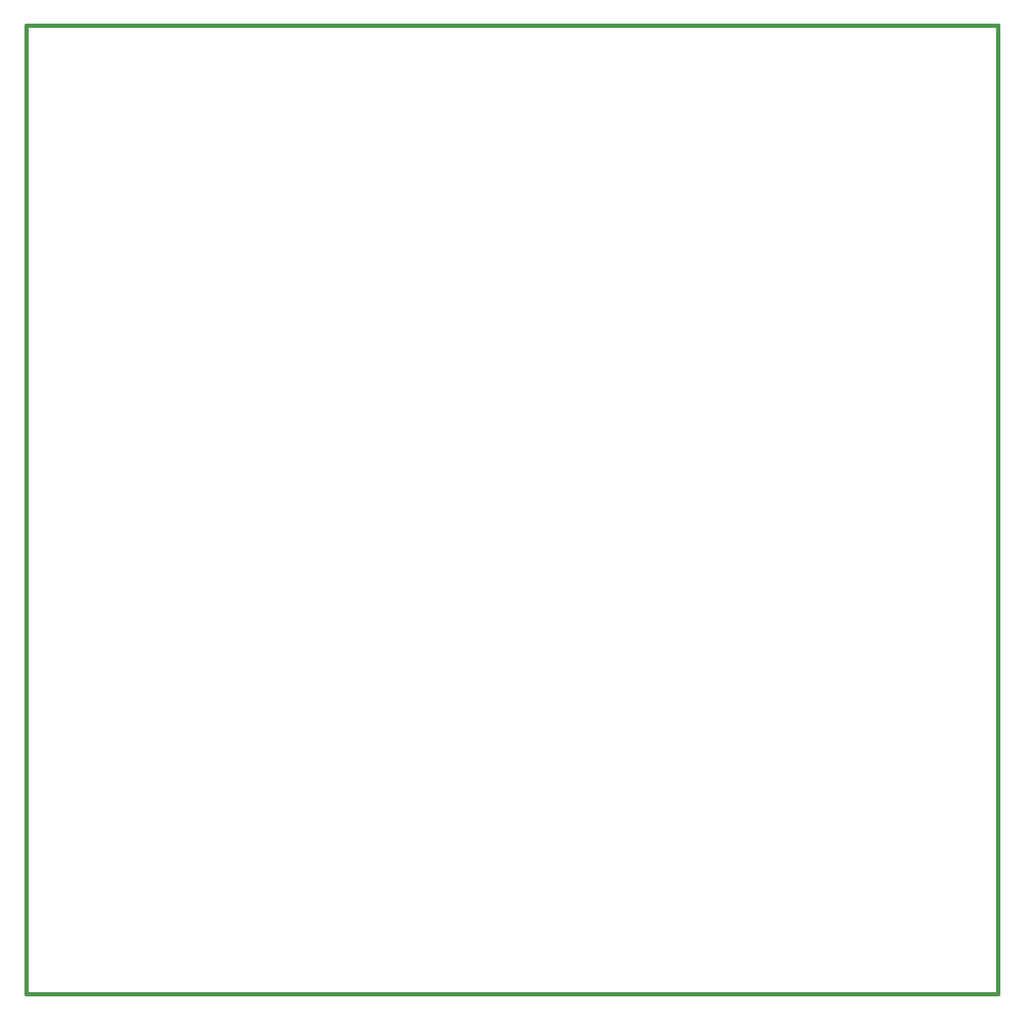
<source format=gbr>
G04*
G04 #@! TF.GenerationSoftware,Altium Limited,Altium Designer,23.8.1 (32)*
G04*
G04 Layer_Color=16711935*
%FSLAX44Y44*%
%MOMM*%
G71*
G04*
G04 #@! TF.SameCoordinates,791A3C29-9ABF-4AEA-8B0B-0D467164B87E*
G04*
G04*
G04 #@! TF.FilePolarity,Positive*
G04*
G01*
G75*
%ADD43C,0.3810*%
D43*
X972051Y-2039D02*
Y969511D01*
X-2039D02*
X972051D01*
X-2039Y-2039D02*
Y969511D01*
Y-2039D02*
X972051D01*
M02*

</source>
